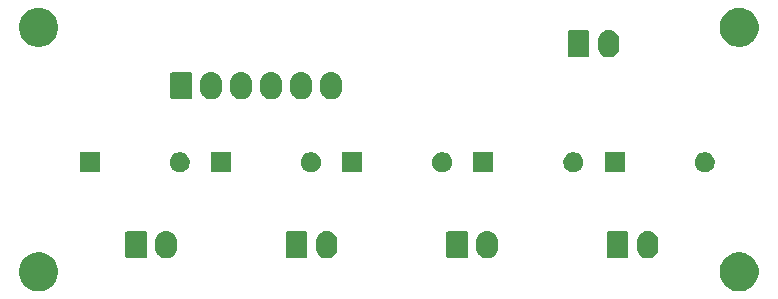
<source format=gbr>
G04 #@! TF.GenerationSoftware,KiCad,Pcbnew,(5.1.5-0-10_14)*
G04 #@! TF.CreationDate,2021-03-15T06:00:47+10:00*
G04 #@! TF.ProjectId,OH - Left Console - 18 - Left Essential Circuit Breakers,4f48202d-204c-4656-9674-20436f6e736f,rev?*
G04 #@! TF.SameCoordinates,Original*
G04 #@! TF.FileFunction,Soldermask,Bot*
G04 #@! TF.FilePolarity,Negative*
%FSLAX46Y46*%
G04 Gerber Fmt 4.6, Leading zero omitted, Abs format (unit mm)*
G04 Created by KiCad (PCBNEW (5.1.5-0-10_14)) date 2021-03-15 06:00:47*
%MOMM*%
%LPD*%
G04 APERTURE LIST*
%ADD10C,0.100000*%
G04 APERTURE END LIST*
D10*
G36*
X169158256Y-110532298D02*
G01*
X169264579Y-110553447D01*
X169565042Y-110677903D01*
X169835451Y-110858585D01*
X170065415Y-111088549D01*
X170246097Y-111358958D01*
X170370553Y-111659421D01*
X170434000Y-111978391D01*
X170434000Y-112303609D01*
X170370553Y-112622579D01*
X170246097Y-112923042D01*
X170065415Y-113193451D01*
X169835451Y-113423415D01*
X169565042Y-113604097D01*
X169264579Y-113728553D01*
X169158256Y-113749702D01*
X168945611Y-113792000D01*
X168620389Y-113792000D01*
X168407744Y-113749702D01*
X168301421Y-113728553D01*
X168000958Y-113604097D01*
X167730549Y-113423415D01*
X167500585Y-113193451D01*
X167319903Y-112923042D01*
X167195447Y-112622579D01*
X167132000Y-112303609D01*
X167132000Y-111978391D01*
X167195447Y-111659421D01*
X167319903Y-111358958D01*
X167500585Y-111088549D01*
X167730549Y-110858585D01*
X168000958Y-110677903D01*
X168301421Y-110553447D01*
X168407744Y-110532298D01*
X168620389Y-110490000D01*
X168945611Y-110490000D01*
X169158256Y-110532298D01*
G37*
G36*
X109849256Y-110532298D02*
G01*
X109955579Y-110553447D01*
X110256042Y-110677903D01*
X110526451Y-110858585D01*
X110756415Y-111088549D01*
X110937097Y-111358958D01*
X111061553Y-111659421D01*
X111125000Y-111978391D01*
X111125000Y-112303609D01*
X111061553Y-112622579D01*
X110937097Y-112923042D01*
X110756415Y-113193451D01*
X110526451Y-113423415D01*
X110256042Y-113604097D01*
X109955579Y-113728553D01*
X109849256Y-113749702D01*
X109636611Y-113792000D01*
X109311389Y-113792000D01*
X109098744Y-113749702D01*
X108992421Y-113728553D01*
X108691958Y-113604097D01*
X108421549Y-113423415D01*
X108191585Y-113193451D01*
X108010903Y-112923042D01*
X107886447Y-112622579D01*
X107823000Y-112303609D01*
X107823000Y-111978391D01*
X107886447Y-111659421D01*
X108010903Y-111358958D01*
X108191585Y-111088549D01*
X108421549Y-110858585D01*
X108691958Y-110677903D01*
X108992421Y-110553447D01*
X109098744Y-110532298D01*
X109311389Y-110490000D01*
X109636611Y-110490000D01*
X109849256Y-110532298D01*
G37*
G36*
X147627547Y-108717326D02*
G01*
X147801156Y-108769990D01*
X147801158Y-108769991D01*
X147961155Y-108855511D01*
X148101397Y-108970603D01*
X148180729Y-109067271D01*
X148216489Y-109110844D01*
X148302010Y-109270843D01*
X148354674Y-109444452D01*
X148368000Y-109579756D01*
X148368000Y-110130243D01*
X148354674Y-110265548D01*
X148302010Y-110439157D01*
X148216489Y-110599156D01*
X148180729Y-110642729D01*
X148101397Y-110739397D01*
X148004729Y-110818729D01*
X147961156Y-110854489D01*
X147801157Y-110940010D01*
X147627548Y-110992674D01*
X147447000Y-111010456D01*
X147266453Y-110992674D01*
X147092844Y-110940010D01*
X146932845Y-110854489D01*
X146889272Y-110818729D01*
X146792604Y-110739397D01*
X146677513Y-110599157D01*
X146677512Y-110599155D01*
X146591990Y-110439157D01*
X146539326Y-110265548D01*
X146526000Y-110130244D01*
X146526000Y-109579757D01*
X146539326Y-109444453D01*
X146591990Y-109270844D01*
X146677511Y-109110845D01*
X146677512Y-109110844D01*
X146792603Y-108970603D01*
X146918388Y-108867375D01*
X146932844Y-108855511D01*
X147092843Y-108769990D01*
X147266452Y-108717326D01*
X147447000Y-108699544D01*
X147627547Y-108717326D01*
G37*
G36*
X161216547Y-108717326D02*
G01*
X161390156Y-108769990D01*
X161390158Y-108769991D01*
X161550155Y-108855511D01*
X161690397Y-108970603D01*
X161769729Y-109067271D01*
X161805489Y-109110844D01*
X161891010Y-109270843D01*
X161943674Y-109444452D01*
X161957000Y-109579756D01*
X161957000Y-110130243D01*
X161943674Y-110265548D01*
X161891010Y-110439157D01*
X161805489Y-110599156D01*
X161769729Y-110642729D01*
X161690397Y-110739397D01*
X161593729Y-110818729D01*
X161550156Y-110854489D01*
X161390157Y-110940010D01*
X161216548Y-110992674D01*
X161036000Y-111010456D01*
X160855453Y-110992674D01*
X160681844Y-110940010D01*
X160521845Y-110854489D01*
X160478272Y-110818729D01*
X160381604Y-110739397D01*
X160266513Y-110599157D01*
X160266512Y-110599155D01*
X160180990Y-110439157D01*
X160128326Y-110265548D01*
X160115000Y-110130244D01*
X160115000Y-109579757D01*
X160128326Y-109444453D01*
X160180990Y-109270844D01*
X160266511Y-109110845D01*
X160266512Y-109110844D01*
X160381603Y-108970603D01*
X160507388Y-108867375D01*
X160521844Y-108855511D01*
X160681843Y-108769990D01*
X160855452Y-108717326D01*
X161036000Y-108699544D01*
X161216547Y-108717326D01*
G37*
G36*
X120449547Y-108717326D02*
G01*
X120623156Y-108769990D01*
X120623158Y-108769991D01*
X120783155Y-108855511D01*
X120923397Y-108970603D01*
X121002729Y-109067271D01*
X121038489Y-109110844D01*
X121124010Y-109270843D01*
X121176674Y-109444452D01*
X121190000Y-109579756D01*
X121190000Y-110130243D01*
X121176674Y-110265548D01*
X121124010Y-110439157D01*
X121038489Y-110599156D01*
X121002729Y-110642729D01*
X120923397Y-110739397D01*
X120826729Y-110818729D01*
X120783156Y-110854489D01*
X120623157Y-110940010D01*
X120449548Y-110992674D01*
X120269000Y-111010456D01*
X120088453Y-110992674D01*
X119914844Y-110940010D01*
X119754845Y-110854489D01*
X119711272Y-110818729D01*
X119614604Y-110739397D01*
X119499513Y-110599157D01*
X119499512Y-110599155D01*
X119413990Y-110439157D01*
X119361326Y-110265548D01*
X119348000Y-110130244D01*
X119348000Y-109579757D01*
X119361326Y-109444453D01*
X119413990Y-109270844D01*
X119499511Y-109110845D01*
X119499512Y-109110844D01*
X119614603Y-108970603D01*
X119740388Y-108867375D01*
X119754844Y-108855511D01*
X119914843Y-108769990D01*
X120088452Y-108717326D01*
X120269000Y-108699544D01*
X120449547Y-108717326D01*
G37*
G36*
X134038547Y-108717326D02*
G01*
X134212156Y-108769990D01*
X134212158Y-108769991D01*
X134372155Y-108855511D01*
X134512397Y-108970603D01*
X134591729Y-109067271D01*
X134627489Y-109110844D01*
X134713010Y-109270843D01*
X134765674Y-109444452D01*
X134779000Y-109579756D01*
X134779000Y-110130243D01*
X134765674Y-110265548D01*
X134713010Y-110439157D01*
X134627489Y-110599156D01*
X134591729Y-110642729D01*
X134512397Y-110739397D01*
X134415729Y-110818729D01*
X134372156Y-110854489D01*
X134212157Y-110940010D01*
X134038548Y-110992674D01*
X133858000Y-111010456D01*
X133677453Y-110992674D01*
X133503844Y-110940010D01*
X133343845Y-110854489D01*
X133300272Y-110818729D01*
X133203604Y-110739397D01*
X133088513Y-110599157D01*
X133088512Y-110599155D01*
X133002990Y-110439157D01*
X132950326Y-110265548D01*
X132937000Y-110130244D01*
X132937000Y-109579757D01*
X132950326Y-109444453D01*
X133002990Y-109270844D01*
X133088511Y-109110845D01*
X133088512Y-109110844D01*
X133203603Y-108970603D01*
X133329388Y-108867375D01*
X133343844Y-108855511D01*
X133503843Y-108769990D01*
X133677452Y-108717326D01*
X133858000Y-108699544D01*
X134038547Y-108717326D01*
G37*
G36*
X132097561Y-108707966D02*
G01*
X132130383Y-108717923D01*
X132160632Y-108734092D01*
X132187148Y-108755852D01*
X132208908Y-108782368D01*
X132225077Y-108812617D01*
X132235034Y-108845439D01*
X132239000Y-108885713D01*
X132239000Y-110824287D01*
X132235034Y-110864561D01*
X132225077Y-110897383D01*
X132208908Y-110927632D01*
X132187148Y-110954148D01*
X132160632Y-110975908D01*
X132130383Y-110992077D01*
X132097561Y-111002034D01*
X132057287Y-111006000D01*
X130578713Y-111006000D01*
X130538439Y-111002034D01*
X130505617Y-110992077D01*
X130475368Y-110975908D01*
X130448852Y-110954148D01*
X130427092Y-110927632D01*
X130410923Y-110897383D01*
X130400966Y-110864561D01*
X130397000Y-110824287D01*
X130397000Y-108885713D01*
X130400966Y-108845439D01*
X130410923Y-108812617D01*
X130427092Y-108782368D01*
X130448852Y-108755852D01*
X130475368Y-108734092D01*
X130505617Y-108717923D01*
X130538439Y-108707966D01*
X130578713Y-108704000D01*
X132057287Y-108704000D01*
X132097561Y-108707966D01*
G37*
G36*
X159275561Y-108707966D02*
G01*
X159308383Y-108717923D01*
X159338632Y-108734092D01*
X159365148Y-108755852D01*
X159386908Y-108782368D01*
X159403077Y-108812617D01*
X159413034Y-108845439D01*
X159417000Y-108885713D01*
X159417000Y-110824287D01*
X159413034Y-110864561D01*
X159403077Y-110897383D01*
X159386908Y-110927632D01*
X159365148Y-110954148D01*
X159338632Y-110975908D01*
X159308383Y-110992077D01*
X159275561Y-111002034D01*
X159235287Y-111006000D01*
X157756713Y-111006000D01*
X157716439Y-111002034D01*
X157683617Y-110992077D01*
X157653368Y-110975908D01*
X157626852Y-110954148D01*
X157605092Y-110927632D01*
X157588923Y-110897383D01*
X157578966Y-110864561D01*
X157575000Y-110824287D01*
X157575000Y-108885713D01*
X157578966Y-108845439D01*
X157588923Y-108812617D01*
X157605092Y-108782368D01*
X157626852Y-108755852D01*
X157653368Y-108734092D01*
X157683617Y-108717923D01*
X157716439Y-108707966D01*
X157756713Y-108704000D01*
X159235287Y-108704000D01*
X159275561Y-108707966D01*
G37*
G36*
X145686561Y-108707966D02*
G01*
X145719383Y-108717923D01*
X145749632Y-108734092D01*
X145776148Y-108755852D01*
X145797908Y-108782368D01*
X145814077Y-108812617D01*
X145824034Y-108845439D01*
X145828000Y-108885713D01*
X145828000Y-110824287D01*
X145824034Y-110864561D01*
X145814077Y-110897383D01*
X145797908Y-110927632D01*
X145776148Y-110954148D01*
X145749632Y-110975908D01*
X145719383Y-110992077D01*
X145686561Y-111002034D01*
X145646287Y-111006000D01*
X144167713Y-111006000D01*
X144127439Y-111002034D01*
X144094617Y-110992077D01*
X144064368Y-110975908D01*
X144037852Y-110954148D01*
X144016092Y-110927632D01*
X143999923Y-110897383D01*
X143989966Y-110864561D01*
X143986000Y-110824287D01*
X143986000Y-108885713D01*
X143989966Y-108845439D01*
X143999923Y-108812617D01*
X144016092Y-108782368D01*
X144037852Y-108755852D01*
X144064368Y-108734092D01*
X144094617Y-108717923D01*
X144127439Y-108707966D01*
X144167713Y-108704000D01*
X145646287Y-108704000D01*
X145686561Y-108707966D01*
G37*
G36*
X118508561Y-108707966D02*
G01*
X118541383Y-108717923D01*
X118571632Y-108734092D01*
X118598148Y-108755852D01*
X118619908Y-108782368D01*
X118636077Y-108812617D01*
X118646034Y-108845439D01*
X118650000Y-108885713D01*
X118650000Y-110824287D01*
X118646034Y-110864561D01*
X118636077Y-110897383D01*
X118619908Y-110927632D01*
X118598148Y-110954148D01*
X118571632Y-110975908D01*
X118541383Y-110992077D01*
X118508561Y-111002034D01*
X118468287Y-111006000D01*
X116989713Y-111006000D01*
X116949439Y-111002034D01*
X116916617Y-110992077D01*
X116886368Y-110975908D01*
X116859852Y-110954148D01*
X116838092Y-110927632D01*
X116821923Y-110897383D01*
X116811966Y-110864561D01*
X116808000Y-110824287D01*
X116808000Y-108885713D01*
X116811966Y-108845439D01*
X116821923Y-108812617D01*
X116838092Y-108782368D01*
X116859852Y-108755852D01*
X116886368Y-108734092D01*
X116916617Y-108717923D01*
X116949439Y-108707966D01*
X116989713Y-108704000D01*
X118468287Y-108704000D01*
X118508561Y-108707966D01*
G37*
G36*
X154998228Y-102051703D02*
G01*
X155153100Y-102115853D01*
X155292481Y-102208985D01*
X155411015Y-102327519D01*
X155504147Y-102466900D01*
X155568297Y-102621772D01*
X155601000Y-102786184D01*
X155601000Y-102953816D01*
X155568297Y-103118228D01*
X155504147Y-103273100D01*
X155411015Y-103412481D01*
X155292481Y-103531015D01*
X155153100Y-103624147D01*
X154998228Y-103688297D01*
X154833816Y-103721000D01*
X154666184Y-103721000D01*
X154501772Y-103688297D01*
X154346900Y-103624147D01*
X154207519Y-103531015D01*
X154088985Y-103412481D01*
X153995853Y-103273100D01*
X153931703Y-103118228D01*
X153899000Y-102953816D01*
X153899000Y-102786184D01*
X153931703Y-102621772D01*
X153995853Y-102466900D01*
X154088985Y-102327519D01*
X154207519Y-102208985D01*
X154346900Y-102115853D01*
X154501772Y-102051703D01*
X154666184Y-102019000D01*
X154833816Y-102019000D01*
X154998228Y-102051703D01*
G37*
G36*
X159093000Y-103721000D02*
G01*
X157391000Y-103721000D01*
X157391000Y-102019000D01*
X159093000Y-102019000D01*
X159093000Y-103721000D01*
G37*
G36*
X166110228Y-102051703D02*
G01*
X166265100Y-102115853D01*
X166404481Y-102208985D01*
X166523015Y-102327519D01*
X166616147Y-102466900D01*
X166680297Y-102621772D01*
X166713000Y-102786184D01*
X166713000Y-102953816D01*
X166680297Y-103118228D01*
X166616147Y-103273100D01*
X166523015Y-103412481D01*
X166404481Y-103531015D01*
X166265100Y-103624147D01*
X166110228Y-103688297D01*
X165945816Y-103721000D01*
X165778184Y-103721000D01*
X165613772Y-103688297D01*
X165458900Y-103624147D01*
X165319519Y-103531015D01*
X165200985Y-103412481D01*
X165107853Y-103273100D01*
X165043703Y-103118228D01*
X165011000Y-102953816D01*
X165011000Y-102786184D01*
X165043703Y-102621772D01*
X165107853Y-102466900D01*
X165200985Y-102327519D01*
X165319519Y-102208985D01*
X165458900Y-102115853D01*
X165613772Y-102051703D01*
X165778184Y-102019000D01*
X165945816Y-102019000D01*
X166110228Y-102051703D01*
G37*
G36*
X114643000Y-103721000D02*
G01*
X112941000Y-103721000D01*
X112941000Y-102019000D01*
X114643000Y-102019000D01*
X114643000Y-103721000D01*
G37*
G36*
X121660228Y-102051703D02*
G01*
X121815100Y-102115853D01*
X121954481Y-102208985D01*
X122073015Y-102327519D01*
X122166147Y-102466900D01*
X122230297Y-102621772D01*
X122263000Y-102786184D01*
X122263000Y-102953816D01*
X122230297Y-103118228D01*
X122166147Y-103273100D01*
X122073015Y-103412481D01*
X121954481Y-103531015D01*
X121815100Y-103624147D01*
X121660228Y-103688297D01*
X121495816Y-103721000D01*
X121328184Y-103721000D01*
X121163772Y-103688297D01*
X121008900Y-103624147D01*
X120869519Y-103531015D01*
X120750985Y-103412481D01*
X120657853Y-103273100D01*
X120593703Y-103118228D01*
X120561000Y-102953816D01*
X120561000Y-102786184D01*
X120593703Y-102621772D01*
X120657853Y-102466900D01*
X120750985Y-102327519D01*
X120869519Y-102208985D01*
X121008900Y-102115853D01*
X121163772Y-102051703D01*
X121328184Y-102019000D01*
X121495816Y-102019000D01*
X121660228Y-102051703D01*
G37*
G36*
X125755000Y-103721000D02*
G01*
X124053000Y-103721000D01*
X124053000Y-102019000D01*
X125755000Y-102019000D01*
X125755000Y-103721000D01*
G37*
G36*
X132772228Y-102051703D02*
G01*
X132927100Y-102115853D01*
X133066481Y-102208985D01*
X133185015Y-102327519D01*
X133278147Y-102466900D01*
X133342297Y-102621772D01*
X133375000Y-102786184D01*
X133375000Y-102953816D01*
X133342297Y-103118228D01*
X133278147Y-103273100D01*
X133185015Y-103412481D01*
X133066481Y-103531015D01*
X132927100Y-103624147D01*
X132772228Y-103688297D01*
X132607816Y-103721000D01*
X132440184Y-103721000D01*
X132275772Y-103688297D01*
X132120900Y-103624147D01*
X131981519Y-103531015D01*
X131862985Y-103412481D01*
X131769853Y-103273100D01*
X131705703Y-103118228D01*
X131673000Y-102953816D01*
X131673000Y-102786184D01*
X131705703Y-102621772D01*
X131769853Y-102466900D01*
X131862985Y-102327519D01*
X131981519Y-102208985D01*
X132120900Y-102115853D01*
X132275772Y-102051703D01*
X132440184Y-102019000D01*
X132607816Y-102019000D01*
X132772228Y-102051703D01*
G37*
G36*
X136868000Y-103721000D02*
G01*
X135166000Y-103721000D01*
X135166000Y-102019000D01*
X136868000Y-102019000D01*
X136868000Y-103721000D01*
G37*
G36*
X143885228Y-102051703D02*
G01*
X144040100Y-102115853D01*
X144179481Y-102208985D01*
X144298015Y-102327519D01*
X144391147Y-102466900D01*
X144455297Y-102621772D01*
X144488000Y-102786184D01*
X144488000Y-102953816D01*
X144455297Y-103118228D01*
X144391147Y-103273100D01*
X144298015Y-103412481D01*
X144179481Y-103531015D01*
X144040100Y-103624147D01*
X143885228Y-103688297D01*
X143720816Y-103721000D01*
X143553184Y-103721000D01*
X143388772Y-103688297D01*
X143233900Y-103624147D01*
X143094519Y-103531015D01*
X142975985Y-103412481D01*
X142882853Y-103273100D01*
X142818703Y-103118228D01*
X142786000Y-102953816D01*
X142786000Y-102786184D01*
X142818703Y-102621772D01*
X142882853Y-102466900D01*
X142975985Y-102327519D01*
X143094519Y-102208985D01*
X143233900Y-102115853D01*
X143388772Y-102051703D01*
X143553184Y-102019000D01*
X143720816Y-102019000D01*
X143885228Y-102051703D01*
G37*
G36*
X147981000Y-103721000D02*
G01*
X146279000Y-103721000D01*
X146279000Y-102019000D01*
X147981000Y-102019000D01*
X147981000Y-103721000D01*
G37*
G36*
X126799547Y-95255326D02*
G01*
X126973156Y-95307990D01*
X126973158Y-95307991D01*
X127133155Y-95393511D01*
X127273397Y-95508603D01*
X127352729Y-95605271D01*
X127388489Y-95648844D01*
X127474010Y-95808843D01*
X127526674Y-95982452D01*
X127540000Y-96117756D01*
X127540000Y-96668243D01*
X127526674Y-96803548D01*
X127474010Y-96977157D01*
X127388489Y-97137156D01*
X127352729Y-97180729D01*
X127273397Y-97277397D01*
X127176729Y-97356729D01*
X127133156Y-97392489D01*
X126973157Y-97478010D01*
X126799548Y-97530674D01*
X126619000Y-97548456D01*
X126438453Y-97530674D01*
X126264844Y-97478010D01*
X126104845Y-97392489D01*
X126061272Y-97356729D01*
X125964604Y-97277397D01*
X125849513Y-97137157D01*
X125849512Y-97137155D01*
X125763990Y-96977157D01*
X125711326Y-96803548D01*
X125698000Y-96668244D01*
X125698000Y-96117757D01*
X125711326Y-95982453D01*
X125763990Y-95808844D01*
X125849511Y-95648845D01*
X125849512Y-95648844D01*
X125964603Y-95508603D01*
X126090388Y-95405375D01*
X126104844Y-95393511D01*
X126264843Y-95307990D01*
X126438452Y-95255326D01*
X126619000Y-95237544D01*
X126799547Y-95255326D01*
G37*
G36*
X131879547Y-95255326D02*
G01*
X132053156Y-95307990D01*
X132053158Y-95307991D01*
X132213155Y-95393511D01*
X132353397Y-95508603D01*
X132432729Y-95605271D01*
X132468489Y-95648844D01*
X132554010Y-95808843D01*
X132606674Y-95982452D01*
X132620000Y-96117756D01*
X132620000Y-96668243D01*
X132606674Y-96803548D01*
X132554010Y-96977157D01*
X132468489Y-97137156D01*
X132432729Y-97180729D01*
X132353397Y-97277397D01*
X132256729Y-97356729D01*
X132213156Y-97392489D01*
X132053157Y-97478010D01*
X131879548Y-97530674D01*
X131699000Y-97548456D01*
X131518453Y-97530674D01*
X131344844Y-97478010D01*
X131184845Y-97392489D01*
X131141272Y-97356729D01*
X131044604Y-97277397D01*
X130929513Y-97137157D01*
X130929512Y-97137155D01*
X130843990Y-96977157D01*
X130791326Y-96803548D01*
X130778000Y-96668244D01*
X130778000Y-96117757D01*
X130791326Y-95982453D01*
X130843990Y-95808844D01*
X130929511Y-95648845D01*
X130929512Y-95648844D01*
X131044603Y-95508603D01*
X131170388Y-95405375D01*
X131184844Y-95393511D01*
X131344843Y-95307990D01*
X131518452Y-95255326D01*
X131699000Y-95237544D01*
X131879547Y-95255326D01*
G37*
G36*
X129339547Y-95255326D02*
G01*
X129513156Y-95307990D01*
X129513158Y-95307991D01*
X129673155Y-95393511D01*
X129813397Y-95508603D01*
X129892729Y-95605271D01*
X129928489Y-95648844D01*
X130014010Y-95808843D01*
X130066674Y-95982452D01*
X130080000Y-96117756D01*
X130080000Y-96668243D01*
X130066674Y-96803548D01*
X130014010Y-96977157D01*
X129928489Y-97137156D01*
X129892729Y-97180729D01*
X129813397Y-97277397D01*
X129716729Y-97356729D01*
X129673156Y-97392489D01*
X129513157Y-97478010D01*
X129339548Y-97530674D01*
X129159000Y-97548456D01*
X128978453Y-97530674D01*
X128804844Y-97478010D01*
X128644845Y-97392489D01*
X128601272Y-97356729D01*
X128504604Y-97277397D01*
X128389513Y-97137157D01*
X128389512Y-97137155D01*
X128303990Y-96977157D01*
X128251326Y-96803548D01*
X128238000Y-96668244D01*
X128238000Y-96117757D01*
X128251326Y-95982453D01*
X128303990Y-95808844D01*
X128389511Y-95648845D01*
X128389512Y-95648844D01*
X128504603Y-95508603D01*
X128630388Y-95405375D01*
X128644844Y-95393511D01*
X128804843Y-95307990D01*
X128978452Y-95255326D01*
X129159000Y-95237544D01*
X129339547Y-95255326D01*
G37*
G36*
X124259547Y-95255326D02*
G01*
X124433156Y-95307990D01*
X124433158Y-95307991D01*
X124593155Y-95393511D01*
X124733397Y-95508603D01*
X124812729Y-95605271D01*
X124848489Y-95648844D01*
X124934010Y-95808843D01*
X124986674Y-95982452D01*
X125000000Y-96117756D01*
X125000000Y-96668243D01*
X124986674Y-96803548D01*
X124934010Y-96977157D01*
X124848489Y-97137156D01*
X124812729Y-97180729D01*
X124733397Y-97277397D01*
X124636729Y-97356729D01*
X124593156Y-97392489D01*
X124433157Y-97478010D01*
X124259548Y-97530674D01*
X124079000Y-97548456D01*
X123898453Y-97530674D01*
X123724844Y-97478010D01*
X123564845Y-97392489D01*
X123521272Y-97356729D01*
X123424604Y-97277397D01*
X123309513Y-97137157D01*
X123309512Y-97137155D01*
X123223990Y-96977157D01*
X123171326Y-96803548D01*
X123158000Y-96668244D01*
X123158000Y-96117757D01*
X123171326Y-95982453D01*
X123223990Y-95808844D01*
X123309511Y-95648845D01*
X123309512Y-95648844D01*
X123424603Y-95508603D01*
X123550388Y-95405375D01*
X123564844Y-95393511D01*
X123724843Y-95307990D01*
X123898452Y-95255326D01*
X124079000Y-95237544D01*
X124259547Y-95255326D01*
G37*
G36*
X134419547Y-95255326D02*
G01*
X134593156Y-95307990D01*
X134593158Y-95307991D01*
X134753155Y-95393511D01*
X134893397Y-95508603D01*
X134972729Y-95605271D01*
X135008489Y-95648844D01*
X135094010Y-95808843D01*
X135146674Y-95982452D01*
X135160000Y-96117756D01*
X135160000Y-96668243D01*
X135146674Y-96803548D01*
X135094010Y-96977157D01*
X135008489Y-97137156D01*
X134972729Y-97180729D01*
X134893397Y-97277397D01*
X134796729Y-97356729D01*
X134753156Y-97392489D01*
X134593157Y-97478010D01*
X134419548Y-97530674D01*
X134239000Y-97548456D01*
X134058453Y-97530674D01*
X133884844Y-97478010D01*
X133724845Y-97392489D01*
X133681272Y-97356729D01*
X133584604Y-97277397D01*
X133469513Y-97137157D01*
X133469512Y-97137155D01*
X133383990Y-96977157D01*
X133331326Y-96803548D01*
X133318000Y-96668244D01*
X133318000Y-96117757D01*
X133331326Y-95982453D01*
X133383990Y-95808844D01*
X133469511Y-95648845D01*
X133469512Y-95648844D01*
X133584603Y-95508603D01*
X133710388Y-95405375D01*
X133724844Y-95393511D01*
X133884843Y-95307990D01*
X134058452Y-95255326D01*
X134239000Y-95237544D01*
X134419547Y-95255326D01*
G37*
G36*
X122318561Y-95245966D02*
G01*
X122351383Y-95255923D01*
X122381632Y-95272092D01*
X122408148Y-95293852D01*
X122429908Y-95320368D01*
X122446077Y-95350617D01*
X122456034Y-95383439D01*
X122460000Y-95423713D01*
X122460000Y-97362287D01*
X122456034Y-97402561D01*
X122446077Y-97435383D01*
X122429908Y-97465632D01*
X122408148Y-97492148D01*
X122381632Y-97513908D01*
X122351383Y-97530077D01*
X122318561Y-97540034D01*
X122278287Y-97544000D01*
X120799713Y-97544000D01*
X120759439Y-97540034D01*
X120726617Y-97530077D01*
X120696368Y-97513908D01*
X120669852Y-97492148D01*
X120648092Y-97465632D01*
X120631923Y-97435383D01*
X120621966Y-97402561D01*
X120618000Y-97362287D01*
X120618000Y-95423713D01*
X120621966Y-95383439D01*
X120631923Y-95350617D01*
X120648092Y-95320368D01*
X120669852Y-95293852D01*
X120696368Y-95272092D01*
X120726617Y-95255923D01*
X120759439Y-95245966D01*
X120799713Y-95242000D01*
X122278287Y-95242000D01*
X122318561Y-95245966D01*
G37*
G36*
X157914547Y-91699326D02*
G01*
X158088156Y-91751990D01*
X158088158Y-91751991D01*
X158248155Y-91837511D01*
X158388397Y-91952603D01*
X158467729Y-92049271D01*
X158503489Y-92092844D01*
X158589010Y-92252843D01*
X158641674Y-92426452D01*
X158655000Y-92561756D01*
X158655000Y-93112243D01*
X158641674Y-93247548D01*
X158589010Y-93421157D01*
X158503489Y-93581156D01*
X158467729Y-93624729D01*
X158388397Y-93721397D01*
X158291729Y-93800729D01*
X158248156Y-93836489D01*
X158088157Y-93922010D01*
X157914548Y-93974674D01*
X157734000Y-93992456D01*
X157553453Y-93974674D01*
X157379844Y-93922010D01*
X157219845Y-93836489D01*
X157176272Y-93800729D01*
X157079604Y-93721397D01*
X156964513Y-93581157D01*
X156964512Y-93581155D01*
X156878990Y-93421157D01*
X156826326Y-93247548D01*
X156813000Y-93112244D01*
X156813000Y-92561757D01*
X156826326Y-92426453D01*
X156878990Y-92252844D01*
X156964511Y-92092845D01*
X156964512Y-92092844D01*
X157079603Y-91952603D01*
X157205388Y-91849375D01*
X157219844Y-91837511D01*
X157379843Y-91751990D01*
X157553452Y-91699326D01*
X157734000Y-91681544D01*
X157914547Y-91699326D01*
G37*
G36*
X155973561Y-91689966D02*
G01*
X156006383Y-91699923D01*
X156036632Y-91716092D01*
X156063148Y-91737852D01*
X156084908Y-91764368D01*
X156101077Y-91794617D01*
X156111034Y-91827439D01*
X156115000Y-91867713D01*
X156115000Y-93806287D01*
X156111034Y-93846561D01*
X156101077Y-93879383D01*
X156084908Y-93909632D01*
X156063148Y-93936148D01*
X156036632Y-93957908D01*
X156006383Y-93974077D01*
X155973561Y-93984034D01*
X155933287Y-93988000D01*
X154454713Y-93988000D01*
X154414439Y-93984034D01*
X154381617Y-93974077D01*
X154351368Y-93957908D01*
X154324852Y-93936148D01*
X154303092Y-93909632D01*
X154286923Y-93879383D01*
X154276966Y-93846561D01*
X154273000Y-93806287D01*
X154273000Y-91867713D01*
X154276966Y-91827439D01*
X154286923Y-91794617D01*
X154303092Y-91764368D01*
X154324852Y-91737852D01*
X154351368Y-91716092D01*
X154381617Y-91699923D01*
X154414439Y-91689966D01*
X154454713Y-91686000D01*
X155933287Y-91686000D01*
X155973561Y-91689966D01*
G37*
G36*
X169158256Y-89831298D02*
G01*
X169264579Y-89852447D01*
X169565042Y-89976903D01*
X169835451Y-90157585D01*
X170065415Y-90387549D01*
X170246097Y-90657958D01*
X170370553Y-90958421D01*
X170434000Y-91277391D01*
X170434000Y-91602609D01*
X170370553Y-91921579D01*
X170246097Y-92222042D01*
X170065415Y-92492451D01*
X169835451Y-92722415D01*
X169565042Y-92903097D01*
X169264579Y-93027553D01*
X169158256Y-93048702D01*
X168945611Y-93091000D01*
X168620389Y-93091000D01*
X168407744Y-93048702D01*
X168301421Y-93027553D01*
X168000958Y-92903097D01*
X167730549Y-92722415D01*
X167500585Y-92492451D01*
X167319903Y-92222042D01*
X167195447Y-91921579D01*
X167132000Y-91602609D01*
X167132000Y-91277391D01*
X167195447Y-90958421D01*
X167319903Y-90657958D01*
X167500585Y-90387549D01*
X167730549Y-90157585D01*
X168000958Y-89976903D01*
X168301421Y-89852447D01*
X168407744Y-89831298D01*
X168620389Y-89789000D01*
X168945611Y-89789000D01*
X169158256Y-89831298D01*
G37*
G36*
X109849256Y-89831298D02*
G01*
X109955579Y-89852447D01*
X110256042Y-89976903D01*
X110526451Y-90157585D01*
X110756415Y-90387549D01*
X110937097Y-90657958D01*
X111061553Y-90958421D01*
X111125000Y-91277391D01*
X111125000Y-91602609D01*
X111061553Y-91921579D01*
X110937097Y-92222042D01*
X110756415Y-92492451D01*
X110526451Y-92722415D01*
X110256042Y-92903097D01*
X109955579Y-93027553D01*
X109849256Y-93048702D01*
X109636611Y-93091000D01*
X109311389Y-93091000D01*
X109098744Y-93048702D01*
X108992421Y-93027553D01*
X108691958Y-92903097D01*
X108421549Y-92722415D01*
X108191585Y-92492451D01*
X108010903Y-92222042D01*
X107886447Y-91921579D01*
X107823000Y-91602609D01*
X107823000Y-91277391D01*
X107886447Y-90958421D01*
X108010903Y-90657958D01*
X108191585Y-90387549D01*
X108421549Y-90157585D01*
X108691958Y-89976903D01*
X108992421Y-89852447D01*
X109098744Y-89831298D01*
X109311389Y-89789000D01*
X109636611Y-89789000D01*
X109849256Y-89831298D01*
G37*
M02*

</source>
